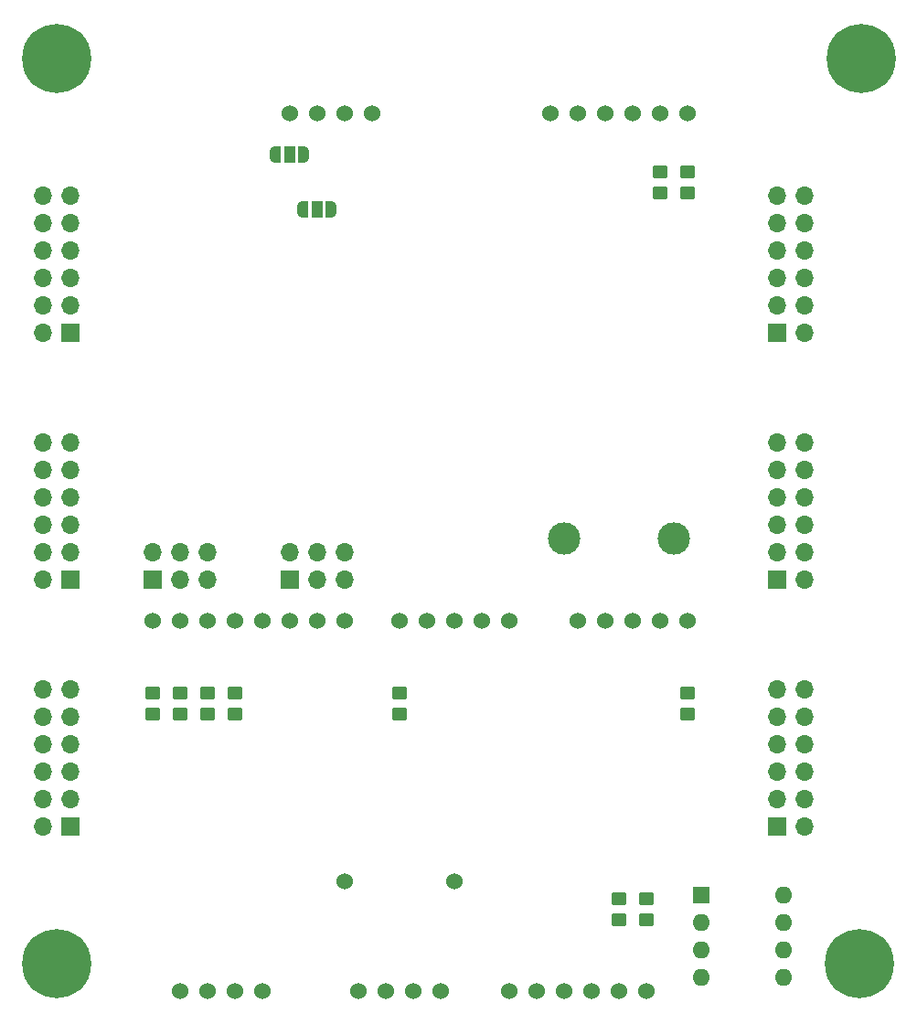
<source format=gbr>
%TF.GenerationSoftware,KiCad,Pcbnew,(6.0.5)*%
%TF.CreationDate,2022-07-08T15:37:02+02:00*%
%TF.ProjectId,i2c_modules,6932635f-6d6f-4647-956c-65732e6b6963,rev?*%
%TF.SameCoordinates,Original*%
%TF.FileFunction,Soldermask,Top*%
%TF.FilePolarity,Negative*%
%FSLAX46Y46*%
G04 Gerber Fmt 4.6, Leading zero omitted, Abs format (unit mm)*
G04 Created by KiCad (PCBNEW (6.0.5)) date 2022-07-08 15:37:02*
%MOMM*%
%LPD*%
G01*
G04 APERTURE LIST*
G04 Aperture macros list*
%AMRoundRect*
0 Rectangle with rounded corners*
0 $1 Rounding radius*
0 $2 $3 $4 $5 $6 $7 $8 $9 X,Y pos of 4 corners*
0 Add a 4 corners polygon primitive as box body*
4,1,4,$2,$3,$4,$5,$6,$7,$8,$9,$2,$3,0*
0 Add four circle primitives for the rounded corners*
1,1,$1+$1,$2,$3*
1,1,$1+$1,$4,$5*
1,1,$1+$1,$6,$7*
1,1,$1+$1,$8,$9*
0 Add four rect primitives between the rounded corners*
20,1,$1+$1,$2,$3,$4,$5,0*
20,1,$1+$1,$4,$5,$6,$7,0*
20,1,$1+$1,$6,$7,$8,$9,0*
20,1,$1+$1,$8,$9,$2,$3,0*%
%AMFreePoly0*
4,1,22,0.550000,-0.750000,0.000000,-0.750000,0.000000,-0.745033,-0.079941,-0.743568,-0.215256,-0.701293,-0.333266,-0.622738,-0.424486,-0.514219,-0.481581,-0.384460,-0.499164,-0.250000,-0.500000,-0.250000,-0.500000,0.250000,-0.499164,0.250000,-0.499963,0.256109,-0.478152,0.396186,-0.417904,0.524511,-0.324060,0.630769,-0.204165,0.706417,-0.067858,0.745374,0.000000,0.744959,0.000000,0.750000,
0.550000,0.750000,0.550000,-0.750000,0.550000,-0.750000,$1*%
%AMFreePoly1*
4,1,20,0.000000,0.744959,0.073905,0.744508,0.209726,0.703889,0.328688,0.626782,0.421226,0.519385,0.479903,0.390333,0.500000,0.250000,0.500000,-0.250000,0.499851,-0.262216,0.476331,-0.402017,0.414519,-0.529596,0.319384,-0.634700,0.198574,-0.708877,0.061801,-0.746166,0.000000,-0.745033,0.000000,-0.750000,-0.550000,-0.750000,-0.550000,0.750000,0.000000,0.750000,0.000000,0.744959,
0.000000,0.744959,$1*%
G04 Aperture macros list end*
%ADD10C,1.524000*%
%ADD11C,3.000000*%
%ADD12R,1.700000X1.700000*%
%ADD13O,1.700000X1.700000*%
%ADD14R,1.600000X1.600000*%
%ADD15O,1.600000X1.600000*%
%ADD16RoundRect,0.250000X0.450000X-0.350000X0.450000X0.350000X-0.450000X0.350000X-0.450000X-0.350000X0*%
%ADD17RoundRect,0.250000X-0.450000X0.350000X-0.450000X-0.350000X0.450000X-0.350000X0.450000X0.350000X0*%
%ADD18C,0.800000*%
%ADD19C,6.400000*%
%ADD20FreePoly0,180.000000*%
%ADD21R,1.000000X1.500000*%
%ADD22FreePoly1,180.000000*%
G04 APERTURE END LIST*
D10*
%TO.C,U1*%
X104140000Y-100330000D03*
X101600000Y-100330000D03*
X99060000Y-100330000D03*
X96520000Y-100330000D03*
X93980000Y-100330000D03*
%TD*%
%TO.C,U2*%
X120650000Y-100330000D03*
X118110000Y-100330000D03*
X115570000Y-100330000D03*
X113030000Y-100330000D03*
X110490000Y-100330000D03*
%TD*%
%TO.C,U3*%
X73660000Y-134620000D03*
X76200000Y-134620000D03*
X78740000Y-134620000D03*
X81280000Y-134620000D03*
%TD*%
%TO.C,U4*%
X99060000Y-124460000D03*
X88900000Y-124460000D03*
X90170000Y-134620000D03*
X92710000Y-134620000D03*
X95250000Y-134620000D03*
X97790000Y-134620000D03*
%TD*%
D11*
%TO.C,U5*%
X119380000Y-92710000D03*
X109220000Y-92710000D03*
D10*
X120650000Y-53340000D03*
X118110000Y-53340000D03*
X115570000Y-53340000D03*
X113030000Y-53340000D03*
X110490000Y-53340000D03*
X107950000Y-53340000D03*
%TD*%
%TO.C,U9*%
X104140000Y-134620000D03*
X106680000Y-134620000D03*
X109220000Y-134620000D03*
X111760000Y-134620000D03*
X114300000Y-134620000D03*
X116840000Y-134620000D03*
%TD*%
%TO.C,U6*%
X88900000Y-100330000D03*
X86360000Y-100330000D03*
X83820000Y-100330000D03*
X81280000Y-100330000D03*
X78740000Y-100330000D03*
X76200000Y-100330000D03*
X73660000Y-100330000D03*
X71120000Y-100330000D03*
%TD*%
D12*
%TO.C,J1*%
X63500000Y-119380000D03*
D13*
X60960000Y-119380000D03*
X63500000Y-116840000D03*
X60960000Y-116840000D03*
X63500000Y-114300000D03*
X60960000Y-114300000D03*
X63500000Y-111760000D03*
X60960000Y-111760000D03*
X63500000Y-109220000D03*
X60960000Y-109220000D03*
X63500000Y-106680000D03*
X60960000Y-106680000D03*
%TD*%
D12*
%TO.C,J2*%
X63500000Y-96520000D03*
D13*
X60960000Y-96520000D03*
X63500000Y-93980000D03*
X60960000Y-93980000D03*
X63500000Y-91440000D03*
X60960000Y-91440000D03*
X63500000Y-88900000D03*
X60960000Y-88900000D03*
X63500000Y-86360000D03*
X60960000Y-86360000D03*
X63500000Y-83820000D03*
X60960000Y-83820000D03*
%TD*%
D12*
%TO.C,J3*%
X63500000Y-73660000D03*
D13*
X60960000Y-73660000D03*
X63500000Y-71120000D03*
X60960000Y-71120000D03*
X63500000Y-68580000D03*
X60960000Y-68580000D03*
X63500000Y-66040000D03*
X60960000Y-66040000D03*
X63500000Y-63500000D03*
X60960000Y-63500000D03*
X63500000Y-60960000D03*
X60960000Y-60960000D03*
%TD*%
D14*
%TO.C,U7*%
X121930000Y-125740000D03*
D15*
X121930000Y-128280000D03*
X121930000Y-130820000D03*
X121930000Y-133360000D03*
X129550000Y-133360000D03*
X129550000Y-130820000D03*
X129550000Y-128280000D03*
X129550000Y-125740000D03*
%TD*%
D16*
%TO.C,R1*%
X118110000Y-60690000D03*
X118110000Y-58690000D03*
%TD*%
D17*
%TO.C,R2*%
X114300000Y-126000000D03*
X114300000Y-128000000D03*
%TD*%
D16*
%TO.C,R3*%
X120650000Y-60690000D03*
X120650000Y-58690000D03*
%TD*%
%TO.C,R4*%
X120650000Y-108950000D03*
X120650000Y-106950000D03*
%TD*%
%TO.C,R5*%
X71120000Y-108950000D03*
X71120000Y-106950000D03*
%TD*%
%TO.C,R6*%
X93980000Y-108950000D03*
X93980000Y-106950000D03*
%TD*%
%TO.C,R7*%
X73660000Y-108950000D03*
X73660000Y-106950000D03*
%TD*%
%TO.C,R8*%
X76200000Y-108950000D03*
X76200000Y-106950000D03*
%TD*%
D17*
%TO.C,R9*%
X116840000Y-126000000D03*
X116840000Y-128000000D03*
%TD*%
D16*
%TO.C,R10*%
X78740000Y-108950000D03*
X78740000Y-106950000D03*
%TD*%
D12*
%TO.C,J4*%
X128995000Y-119355000D03*
D13*
X131535000Y-119355000D03*
X128995000Y-116815000D03*
X131535000Y-116815000D03*
X128995000Y-114275000D03*
X131535000Y-114275000D03*
X128995000Y-111735000D03*
X131535000Y-111735000D03*
X128995000Y-109195000D03*
X131535000Y-109195000D03*
X128995000Y-106655000D03*
X131535000Y-106655000D03*
%TD*%
D12*
%TO.C,J5*%
X128995000Y-96495000D03*
D13*
X131535000Y-96495000D03*
X128995000Y-93955000D03*
X131535000Y-93955000D03*
X128995000Y-91415000D03*
X131535000Y-91415000D03*
X128995000Y-88875000D03*
X131535000Y-88875000D03*
X128995000Y-86335000D03*
X131535000Y-86335000D03*
X128995000Y-83795000D03*
X131535000Y-83795000D03*
%TD*%
D12*
%TO.C,J6*%
X128995000Y-73635000D03*
D13*
X131535000Y-73635000D03*
X128995000Y-71095000D03*
X131535000Y-71095000D03*
X128995000Y-68555000D03*
X131535000Y-68555000D03*
X128995000Y-66015000D03*
X131535000Y-66015000D03*
X128995000Y-63475000D03*
X131535000Y-63475000D03*
X128995000Y-60935000D03*
X131535000Y-60935000D03*
%TD*%
D18*
%TO.C,H1*%
X62230000Y-45860000D03*
X63927056Y-46562944D03*
X63927056Y-49957056D03*
X59830000Y-48260000D03*
X64630000Y-48260000D03*
D19*
X62230000Y-48260000D03*
D18*
X62230000Y-50660000D03*
X60532944Y-46562944D03*
X60532944Y-49957056D03*
%TD*%
%TO.C,H2*%
X60532944Y-130382944D03*
X62230000Y-134480000D03*
X64630000Y-132080000D03*
X63927056Y-133777056D03*
D19*
X62230000Y-132080000D03*
D18*
X60532944Y-133777056D03*
X63927056Y-130382944D03*
X62230000Y-129680000D03*
X59830000Y-132080000D03*
%TD*%
%TO.C,H3*%
X136755000Y-50635000D03*
X136755000Y-45835000D03*
X138452056Y-49932056D03*
X134355000Y-48235000D03*
X138452056Y-46537944D03*
X135057944Y-46537944D03*
X135057944Y-49932056D03*
X139155000Y-48235000D03*
D19*
X136755000Y-48235000D03*
%TD*%
D18*
%TO.C,H4*%
X134215000Y-132055000D03*
X138312056Y-133752056D03*
X139015000Y-132055000D03*
X134917944Y-133752056D03*
X134917944Y-130357944D03*
X138312056Y-130357944D03*
X136615000Y-129655000D03*
D19*
X136615000Y-132055000D03*
D18*
X136615000Y-134455000D03*
%TD*%
D10*
%TO.C,U8*%
X83820000Y-53340000D03*
X86360000Y-53340000D03*
X88900000Y-53340000D03*
X91440000Y-53340000D03*
%TD*%
D20*
%TO.C,JP1*%
X85120000Y-57150000D03*
D21*
X83820000Y-57150000D03*
D22*
X82520000Y-57150000D03*
%TD*%
D12*
%TO.C,J8*%
X71120000Y-96520000D03*
D13*
X71120000Y-93980000D03*
X73660000Y-96520000D03*
X73660000Y-93980000D03*
X76200000Y-96520000D03*
X76200000Y-93980000D03*
%TD*%
D20*
%TO.C,JP2*%
X87660000Y-62230000D03*
D21*
X86360000Y-62230000D03*
D22*
X85060000Y-62230000D03*
%TD*%
D12*
%TO.C,J7*%
X83835000Y-96520000D03*
D13*
X83835000Y-93980000D03*
X86375000Y-96520000D03*
X86375000Y-93980000D03*
X88915000Y-96520000D03*
X88915000Y-93980000D03*
%TD*%
M02*

</source>
